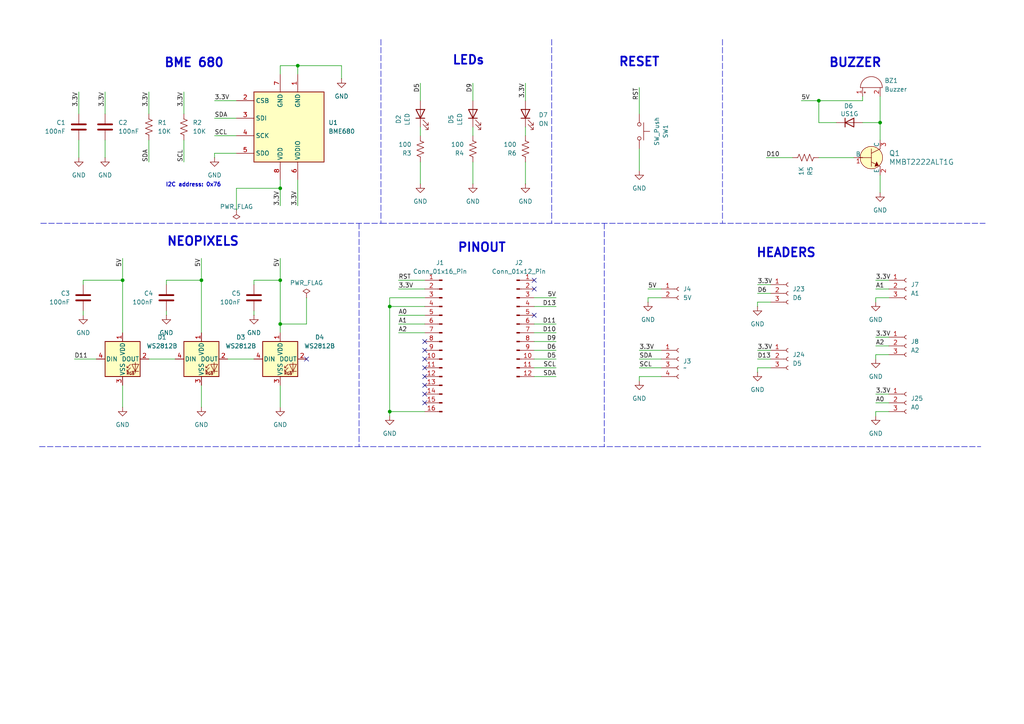
<source format=kicad_sch>
(kicad_sch (version 20231120) (generator "eeschema") (generator_version "8.0")
  (paper "A4")
  (lib_symbols
    (symbol "Connector:Conn_01x02_Socket" (pin_names (offset 1.016) hide)
      (property "Reference" "J" (at 0 2.54 0))
      (property "Value" "Conn_01x02_Socket" (at 0 -5.08 0))
      (symbol "Conn_01x02_Socket_1_1"
        (arc (start 0 -2.032) (mid -0.5058 -2.54) (end 0 -3.048) (stroke (width 0.1524)))
        (polyline (pts (xy -1.27 -2.54) (xy -0.508 -2.54)) (stroke (width 0.1524)))
        (polyline (pts (xy -1.27 0) (xy -0.508 0)) (stroke (width 0.1524)))
        (arc (start 0 0.508) (mid -0.5058 0) (end 0 -0.508) (stroke (width 0.1524)))
        (pin passive line (at -5.08 0 0) (length 3.81) (name "Pin_1") (number "1"))
        (pin passive line (at -5.08 -2.54 0) (length 3.81) (name "Pin_2") (number "2"))
      )
    )
    (symbol "Connector:Conn_01x03_Socket" (pin_names (offset 1.016) hide)
      (property "Reference" "J" (at 0 5.08 0))
      (property "Value" "Conn_01x03_Socket" (at 0 -5.08 0))
      (symbol "Conn_01x03_Socket_1_1"
        (arc (start 0 -2.032) (mid -0.5058 -2.54) (end 0 -3.048) (stroke (width 0.1524)))
        (polyline (pts (xy -1.27 -2.54) (xy -0.508 -2.54)) (stroke (width 0.1524)))
        (polyline (pts (xy -1.27 0) (xy -0.508 0)) (stroke (width 0.1524)))
        (polyline (pts (xy -1.27 2.54) (xy -0.508 2.54)) (stroke (width 0.1524)))
        (arc (start 0 0.508) (mid -0.5058 0) (end 0 -0.508) (stroke (width 0.1524)))
        (arc (start 0 3.048) (mid -0.5058 2.54) (end 0 2.032) (stroke (width 0.1524)))
        (pin passive line (at -5.08 2.54 0) (length 3.81) (name "Pin_1") (number "1"))
        (pin passive line (at -5.08 0 0) (length 3.81) (name "Pin_2") (number "2"))
        (pin passive line (at -5.08 -2.54 0) (length 3.81) (name "Pin_3") (number "3"))
      )
    )
    (symbol "Connector:Conn_01x04_Socket" (pin_names (offset 1.016) hide)
      (property "Reference" "J" (at 0 5.08 0))
      (property "Value" "Conn_01x04_Socket" (at 0 -7.62 0))
      (symbol "Conn_01x04_Socket_1_1"
        (arc (start 0 -4.572) (mid -0.5058 -5.08) (end 0 -5.588) (stroke (width 0.1524)))
        (arc (start 0 -2.032) (mid -0.5058 -2.54) (end 0 -3.048) (stroke (width 0.1524)))
        (polyline (pts (xy -1.27 -5.08) (xy -0.508 -5.08)) (stroke (width 0.1524)))
        (polyline (pts (xy -1.27 -2.54) (xy -0.508 -2.54)) (stroke (width 0.1524)))
        (polyline (pts (xy -1.27 0) (xy -0.508 0)) (stroke (width 0.1524)))
        (polyline (pts (xy -1.27 2.54) (xy -0.508 2.54)) (stroke (width 0.1524)))
        (arc (start 0 0.508) (mid -0.5058 0) (end 0 -0.508) (stroke (width 0.1524)))
        (arc (start 0 3.048) (mid -0.5058 2.54) (end 0 2.032) (stroke (width 0.1524)))
        (pin passive line (at -5.08 2.54 0) (length 3.81) (name "Pin_1") (number "1"))
        (pin passive line (at -5.08 0 0) (length 3.81) (name "Pin_2") (number "2"))
        (pin passive line (at -5.08 -2.54 0) (length 3.81) (name "Pin_3") (number "3"))
        (pin passive line (at -5.08 -5.08 0) (length 3.81) (name "Pin_4") (number "4"))
      )
    )
    (symbol "Connector:Conn_01x12_Pin" (pin_names (offset 1.016) hide)
      (property "Reference" "J" (at 0 15.24 0))
      (property "Value" "Conn_01x12_Pin" (at 0 -17.78 0))
      (symbol "Conn_01x12_Pin_1_1"
        (polyline (pts (xy 1.27 -15.24) (xy 0.8636 -15.24)) (stroke (width 0.1524)))
        (polyline (pts (xy 1.27 -12.7) (xy 0.8636 -12.7)) (stroke (width 0.1524)))
        (polyline (pts (xy 1.27 -10.16) (xy 0.8636 -10.16)) (stroke (width 0.1524)))
        (polyline (pts (xy 1.27 -7.62) (xy 0.8636 -7.62)) (stroke (width 0.1524)))
        (polyline (pts (xy 1.27 -5.08) (xy 0.8636 -5.08)) (stroke (width 0.1524)))
        (polyline (pts (xy 1.27 -2.54) (xy 0.8636 -2.54)) (stroke (width 0.1524)))
        (polyline (pts (xy 1.27 0) (xy 0.8636 0)) (stroke (width 0.1524)))
        (polyline (pts (xy 1.27 2.54) (xy 0.8636 2.54)) (stroke (width 0.1524)))
        (polyline (pts (xy 1.27 5.08) (xy 0.8636 5.08)) (stroke (width 0.1524)))
        (polyline (pts (xy 1.27 7.62) (xy 0.8636 7.62)) (stroke (width 0.1524)))
        (polyline (pts (xy 1.27 10.16) (xy 0.8636 10.16)) (stroke (width 0.1524)))
        (polyline (pts (xy 1.27 12.7) (xy 0.8636 12.7)) (stroke (width 0.1524)))
        (rectangle (start 0.8636 -15.113) (end 0 -15.367) (stroke (width 0.1524)) (fill (type outline)))
        (rectangle (start 0.8636 -12.573) (end 0 -12.827) (stroke (width 0.1524)) (fill (type outline)))
        (rectangle (start 0.8636 -10.033) (end 0 -10.287) (stroke (width 0.1524)) (fill (type outline)))
        (rectangle (start 0.8636 -7.493) (end 0 -7.747) (stroke (width 0.1524)) (fill (type outline)))
        (rectangle (start 0.8636 -4.953) (end 0 -5.207) (stroke (width 0.1524)) (fill (type outline)))
        (rectangle (start 0.8636 -2.413) (end 0 -2.667) (stroke (width 0.1524)) (fill (type outline)))
        (rectangle (start 0.8636 0.127) (end 0 -0.127) (stroke (width 0.1524)) (fill (type outline)))
        (rectangle (start 0.8636 2.667) (end 0 2.413) (stroke (width 0.1524)) (fill (type outline)))
        (rectangle (start 0.8636 5.207) (end 0 4.953) (stroke (width 0.1524)) (fill (type outline)))
        (rectangle (start 0.8636 7.747) (end 0 7.493) (stroke (width 0.1524)) (fill (type outline)))
        (rectangle (start 0.8636 10.287) (end 0 10.033) (stroke (width 0.1524)) (fill (type outline)))
        (rectangle (start 0.8636 12.827) (end 0 12.573) (stroke (width 0.1524)) (fill (type outline)))
        (pin passive line (at 5.08 12.7 180) (length 3.81) (name "Pin_1") (number "1"))
        (pin passive line (at 5.08 -10.16 180) (length 3.81) (name "Pin_10") (number "10"))
        (pin passive line (at 5.08 -12.7 180) (length 3.81) (name "Pin_11") (number "11"))
        (pin passive line (at 5.08 -15.24 180) (length 3.81) (name "Pin_12") (number "12"))
        (pin passive line (at 5.08 10.16 180) (length 3.81) (name "Pin_2") (number "2"))
        (pin passive line (at 5.08 7.62 180) (length 3.81) (name "Pin_3") (number "3"))
        (pin passive line (at 5.08 5.08 180) (length 3.81) (name "Pin_4") (number "4"))
        (pin passive line (at 5.08 2.54 180) (length 3.81) (name "Pin_5") (number "5"))
        (pin passive line (at 5.08 0 180) (length 3.81) (name "Pin_6") (number "6"))
        (pin passive line (at 5.08 -2.54 180) (length 3.81) (name "Pin_7") (number "7"))
        (pin passive line (at 5.08 -5.08 180) (length 3.81) (name "Pin_8") (number "8"))
        (pin passive line (at 5.08 -7.62 180) (length 3.81) (name "Pin_9") (number "9"))
      )
    )
    (symbol "Connector:Conn_01x16_Pin" (pin_names (offset 1.016) hide)
      (property "Reference" "J" (at 0 20.32 0))
      (property "Value" "Conn_01x16_Pin" (at 0 -22.86 0))
      (symbol "Conn_01x16_Pin_1_1"
        (polyline (pts (xy 1.27 -20.32) (xy 0.8636 -20.32)) (stroke (width 0.1524)))
        (polyline (pts (xy 1.27 -17.78) (xy 0.8636 -17.78)) (stroke (width 0.1524)))
        (polyline (pts (xy 1.27 -15.24) (xy 0.8636 -15.24)) (stroke (width 0.1524)))
        (polyline (pts (xy 1.27 -12.7) (xy 0.8636 -12.7)) (stroke (width 0.1524)))
        (polyline (pts (xy 1.27 -10.16) (xy 0.8636 -10.16)) (stroke (width 0.1524)))
        (polyline (pts (xy 1.27 -7.62) (xy 0.8636 -7.62)) (stroke (width 0.1524)))
        (polyline (pts (xy 1.27 -5.08) (xy 0.8636 -5.08)) (stroke (width 0.1524)))
        (polyline (pts (xy 1.27 -2.54) (xy 0.8636 -2.54)) (stroke (width 0.1524)))
        (polyline (pts (xy 1.27 0) (xy 0.8636 0)) (stroke (width 0.1524)))
        (polyline (pts (xy 1.27 2.54) (xy 0.8636 2.54)) (stroke (width 0.1524)))
        (polyline (pts (xy 1.27 5.08) (xy 0.8636 5.08)) (stroke (width 0.1524)))
        (polyline (pts (xy 1.27 7.62) (xy 0.8636 7.62)) (stroke (width 0.1524)))
        (polyline (pts (xy 1.27 10.16) (xy 0.8636 10.16)) (stroke (width 0.1524)))
        (polyline (pts (xy 1.27 12.7) (xy 0.8636 12.7)) (stroke (width 0.1524)))
        (polyline (pts (xy 1.27 15.24) (xy 0.8636 15.24)) (stroke (width 0.1524)))
        (polyline (pts (xy 1.27 17.78) (xy 0.8636 17.78)) (stroke (width 0.1524)))
        (rectangle (start 0.8636 -20.193) (end 0 -20.447) (stroke (width 0.1524)) (fill (type outline)))
        (rectangle (start 0.8636 -17.653) (end 0 -17.907) (stroke (width 0.1524)) (fill (type outline)))
        (rectangle (start 0.8636 -15.113) (end 0 -15.367) (stroke (width 0.1524)) (fill (type outline)))
        (rectangle (start 0.8636 -12.573) (end 0 -12.827) (stroke (width 0.1524)) (fill (type outline)))
        (rectangle (start 0.8636 -10.033) (end 0 -10.287) (stroke (width 0.1524)) (fill (type outline)))
        (rectangle (start 0.8636 -7.493) (end 0 -7.747) (stroke (width 0.1524)) (fill (type outline)))
        (rectangle (start 0.8636 -4.953) (end 0 -5.207) (stroke (width 0.1524)) (fill (type outline)))
        (rectangle (start 0.8636 -2.413) (end 0 -2.667) (stroke (width 0.1524)) (fill (type outline)))
        (rectangle (start 0.8636 0.127) (end 0 -0.127) (stroke (width 0.1524)) (fill (type outline)))
        (rectangle (start 0.8636 2.667) (end 0 2.413) (stroke (width 0.1524)) (fill (type outline)))
        (rectangle (start 0.8636 5.207) (end 0 4.953) (stroke (width 0.1524)) (fill (type outline)))
        (rectangle (start 0.8636 7.747) (end 0 7.493) (stroke (width 0.1524)) (fill (type outline)))
        (rectangle (start 0.8636 10.287) (end 0 10.033) (stroke (width 0.1524)) (fill (type outline)))
        (rectangle (start 0.8636 12.827) (end 0 12.573) (stroke (width 0.1524)) (fill (type outline)))
        (rectangle (start 0.8636 15.367) (end 0 15.113) (stroke (width 0.1524)) (fill (type outline)))
        (rectangle (start 0.8636 17.907) (end 0 17.653) (stroke (width 0.1524)) (fill (type outline)))
        (pin passive line (at 5.08 17.78 180) (length 3.81) (name "Pin_1") (number "1"))
        (pin passive line (at 5.08 -5.08 180) (length 3.81) (name "Pin_10") (number "10"))
        (pin passive line (at 5.08 -7.62 180) (length 3.81) (name "Pin_11") (number "11"))
        (pin passive line (at 5.08 -10.16 180) (length 3.81) (name "Pin_12") (number "12"))
        (pin passive line (at 5.08 -12.7 180) (length 3.81) (name "Pin_13") (number "13"))
        (pin passive line (at 5.08 -15.24 180) (length 3.81) (name "Pin_14") (number "14"))
        (pin passive line (at 5.08 -17.78 180) (length 3.81) (name "Pin_15") (number "15"))
        (pin passive line (at 5.08 -20.32 180) (length 3.81) (name "Pin_16") (number "16"))
        (pin passive line (at 5.08 15.24 180) (length 3.81) (name "Pin_2") (number "2"))
        (pin passive line (at 5.08 12.7 180) (length 3.81) (name "Pin_3") (number "3"))
        (pin passive line (at 5.08 10.16 180) (length 3.81) (name "Pin_4") (number "4"))
        (pin passive line (at 5.08 7.62 180) (length 3.81) (name "Pin_5") (number "5"))
        (pin passive line (at 5.08 5.08 180) (length 3.81) (name "Pin_6") (number "6"))
        (pin passive line (at 5.08 2.54 180) (length 3.81) (name "Pin_7") (number "7"))
        (pin passive line (at 5.08 0 180) (length 3.81) (name "Pin_8") (number "8"))
        (pin passive line (at 5.08 -2.54 180) (length 3.81) (name "Pin_9") (number "9"))
      )
    )
    (symbol "Device:Buzzer" (pin_names (offset 0.0254) hide)
      (property "Reference" "BZ" (at 3.81 1.27 0))
      (property "Value" "Buzzer" (at 3.81 -1.27 0))
      (symbol "Buzzer_0_1"
        (arc (start 0 -3.175) (mid 3.1612 0) (end 0 3.175))
        (polyline (pts (xy -1.651 1.905) (xy -1.143 1.905)))
        (polyline (pts (xy -1.397 2.159) (xy -1.397 1.651)))
        (polyline (pts (xy 0 3.175) (xy 0 -3.175)))
      )
      (symbol "Buzzer_1_1"
        (pin passive line (at -2.54 2.54 0) (length 2.54) (name "+") (number "1"))
        (pin passive line (at -2.54 -2.54 0) (length 2.54) (name "-") (number "2"))
      )
    )
    (symbol "Device:C" (pin_numbers hide) (pin_names (offset 0.254))
      (property "Reference" "C" (at 0.635 2.54 0))
      (property "Value" "C" (at 0.635 -2.54 0))
      (symbol "C_0_1"
        (polyline (pts (xy -2.032 -0.762) (xy 2.032 -0.762)) (stroke (width 0.508)))
        (polyline (pts (xy -2.032 0.762) (xy 2.032 0.762)) (stroke (width 0.508)))
      )
      (symbol "C_1_1"
        (pin passive line (at 0 3.81 270) (length 2.794) (name "~") (number "1"))
        (pin passive line (at 0 -3.81 90) (length 2.794) (name "~") (number "2"))
      )
    )
    (symbol "Device:LED" (pin_numbers hide) (pin_names (offset 1.016) hide)
      (property "Reference" "D" (at 0 2.54 0))
      (property "Value" "LED" (at 0 -2.54 0))
      (symbol "LED_0_1"
        (polyline (pts (xy -1.27 -1.27) (xy -1.27 1.27)) (stroke (width 0.254)))
        (polyline (pts (xy -1.27 0) (xy 1.27 0)))
        (polyline (pts (xy 1.27 -1.27) (xy 1.27 1.27) (xy -1.27 0) (xy 1.27 -1.27)) (stroke (width 0.254)))
        (polyline (pts (xy -3.048 -0.762) (xy -4.572 -2.286) (xy -3.81 -2.286) (xy -4.572 -2.286) (xy -4.572 -1.524)))
        (polyline (pts (xy -1.778 -0.762) (xy -3.302 -2.286) (xy -2.54 -2.286) (xy -3.302 -2.286) (xy -3.302 -1.524)))
      )
      (symbol "LED_1_1"
        (pin passive line (at -3.81 0 0) (length 2.54) (name "K") (number "1"))
        (pin passive line (at 3.81 0 180) (length 2.54) (name "A") (number "2"))
      )
    )
    (symbol "Device:R_US" (pin_numbers hide) (pin_names (offset 0))
      (property "Reference" "R" (at 2.54 0 90))
      (property "Value" "R_US" (at -2.54 0 90))
      (symbol "R_US_0_1"
        (polyline (pts (xy 0 -2.286) (xy 0 -2.54)))
        (polyline (pts (xy 0 2.286) (xy 0 2.54)))
        (polyline (pts (xy 0 -0.762) (xy 1.016 -1.143) (xy 0 -1.524) (xy -1.016 -1.905) (xy 0 -2.286)))
        (polyline (pts (xy 0 0.762) (xy 1.016 0.381) (xy 0 0) (xy -1.016 -0.381) (xy 0 -0.762)))
        (polyline (pts (xy 0 2.286) (xy 1.016 1.905) (xy 0 1.524) (xy -1.016 1.143) (xy 0 0.762)))
      )
      (symbol "R_US_1_1"
        (pin passive line (at 0 3.81 270) (length 1.27) (name "~") (number "1"))
        (pin passive line (at 0 -3.81 90) (length 1.27) (name "~") (number "2"))
      )
    )
    (symbol "Diode:US1G" (pin_numbers hide) (pin_names hide)
      (property "Reference" "D" (at 0 2.54 0))
      (property "Value" "US1G" (at 0 -2.54 0))
      (symbol "US1G_0_1"
        (polyline (pts (xy -1.27 1.27) (xy -1.27 -1.27)) (stroke (width 0.254)))
        (polyline (pts (xy 1.27 0) (xy -1.27 0)))
        (polyline (pts (xy 1.27 1.27) (xy 1.27 -1.27) (xy -1.27 0) (xy 1.27 1.27)) (stroke (width 0.254)))
      )
      (symbol "US1G_1_1"
        (pin passive line (at -3.81 0 0) (length 2.54) (name "K") (number "1"))
        (pin passive line (at 3.81 0 180) (length 2.54) (name "A") (number "2"))
      )
    )
    (symbol "LED:WS2812B" (pin_names (offset 0.254))
      (property "Reference" "D" (at 5.08 5.715 0))
      (property "Value" "WS2812B" (at 1.27 -5.715 0))
      (symbol "WS2812B_0_0"
        (text "RGB" (at 2.286 -4.191 0) (effects (font (size 0.762 0.762))))
      )
      (symbol "WS2812B_0_1"
        (polyline (pts (xy 1.27 -3.556) (xy 1.778 -3.556)))
        (polyline (pts (xy 1.27 -2.54) (xy 1.778 -2.54)))
        (polyline (pts (xy 4.699 -3.556) (xy 2.667 -3.556)))
        (polyline (pts (xy 2.286 -2.54) (xy 1.27 -3.556) (xy 1.27 -3.048)))
        (polyline (pts (xy 2.286 -1.524) (xy 1.27 -2.54) (xy 1.27 -2.032)))
        (polyline (pts (xy 3.683 -1.016) (xy 3.683 -3.556) (xy 3.683 -4.064)))
        (polyline (pts (xy 4.699 -1.524) (xy 2.667 -1.524) (xy 3.683 -3.556) (xy 4.699 -1.524)))
        (rectangle (start 5.08 5.08) (end -5.08 -5.08) (stroke (width 0.254)) (fill (type background)))
      )
      (symbol "WS2812B_1_1"
        (pin power_in line (at 0 7.62 270) (length 2.54) (name "VDD") (number "1"))
        (pin output line (at 7.62 0 180) (length 2.54) (name "DOUT") (number "2"))
        (pin power_in line (at 0 -7.62 90) (length 2.54) (name "VSS") (number "3"))
        (pin input line (at -7.62 0 0) (length 2.54) (name "DIN") (number "4"))
      )
    )
    (symbol "Sensor:BME680"
      (property "Reference" "U" (at -8.89 11.43 0))
      (property "Value" "BME680" (at 7.62 11.43 0))
      (symbol "BME680_0_1"
        (rectangle (start -10.16 10.16) (end 10.16 -10.16) (stroke (width 0.254)) (fill (type background)))
      )
      (symbol "BME680_1_1"
        (pin power_in line (at -2.54 -15.24 90) (length 5.08) (name "GND") (number "1"))
        (pin input line (at 15.24 -7.62 180) (length 5.08) (name "CSB") (number "2"))
        (pin bidirectional line (at 15.24 -2.54 180) (length 5.08) (name "SDI") (number "3"))
        (pin input line (at 15.24 2.54 180) (length 5.08) (name "SCK") (number "4"))
        (pin bidirectional line (at 15.24 7.62 180) (length 5.08) (name "SDO") (number "5"))
        (pin power_in line (at -2.54 15.24 270) (length 5.08) (name "VDDIO") (number "6"))
        (pin power_in line (at 2.54 -15.24 90) (length 5.08) (name "GND") (number "7"))
        (pin power_in line (at 2.54 15.24 270) (length 5.08) (name "VDD") (number "8"))
      )
    )
    (symbol "Switch:SW_Push" (pin_numbers hide) (pin_names (offset 1.016) hide)
      (property "Reference" "SW" (at 1.27 2.54 0))
      (property "Value" "SW_Push" (at 0 -1.524 0))
      (symbol "SW_Push_0_1"
        (circle (center -2.032 0) (radius 0.508))
        (polyline (pts (xy 0 1.27) (xy 0 3.048)))
        (polyline (pts (xy 2.54 1.27) (xy -2.54 1.27)))
        (circle (center 2.032 0) (radius 0.508))
        (pin passive line (at -5.08 0 0) (length 2.54) (name "1") (number "1"))
        (pin passive line (at 5.08 0 180) (length 2.54) (name "2") (number "2"))
      )
    )
    (symbol "dk_Transistors-Bipolar-BJT-Single:MMBT2222ALT1G" (pin_names (offset 0))
      (property "Reference" "Q" (at -3.2004 4.2164 0))
      (property "Value" "MMBT2222ALT1G" (at 5.2324 0 90))
      (symbol "MMBT2222ALT1G_0_1"
        (polyline (pts (xy -3.81 0) (xy -2.54 0)))
        (polyline (pts (xy -3.556 0) (xy 0 0)))
        (polyline (pts (xy 0 -1.27) (xy 2.54 -2.54)))
        (polyline (pts (xy 0 1.27) (xy 2.54 2.54)))
        (polyline (pts (xy 0 2.54) (xy 0 -2.54)))
        (polyline (pts (xy 1.524 -1.27) (xy 2.032 -2.286) (xy 1.016 -2.54) (xy 1.524 -1.27)) (fill (type outline)))
        (circle (center 0 0) (radius 3.2512) (fill (type background)))
      )
      (symbol "MMBT2222ALT1G_1_1"
        (pin input line (at -5.08 0 0) (length 2.54) (name "B") (number "1"))
        (pin passive line (at 2.54 -5.08 90) (length 2.54) (name "E") (number "2"))
        (pin passive line (at 2.54 5.08 270) (length 2.54) (name "C") (number "3"))
      )
    )
    (symbol "power:GND" (power) (pin_numbers hide) (pin_names (offset 0) hide)
      (property "Value" "GND" (at 0 -3.81 0))
      (symbol "GND_0_1"
        (polyline (pts (xy 0 0) (xy 0 -1.27) (xy 1.27 -1.27) (xy 0 -2.54) (xy -1.27 -1.27) (xy 0 -1.27)))
      )
      (symbol "GND_1_1"
        (pin power_in line (at 0 0 270) (length 0) (name "~") (number "1"))
      )
    )
    (symbol "power:PWR_FLAG" (power) (pin_numbers hide) (pin_names (offset 0) hide)
      (property "Value" "PWR_FLAG" (at 0 3.81 0))
      (symbol "PWR_FLAG_0_0"
        (pin power_out line (at 0 0 90) (length 0) (name "~") (number "1"))
      )
      (symbol "PWR_FLAG_0_1"
        (polyline (pts (xy 0 0) (xy 0 1.27) (xy -1.016 1.905) (xy 0 2.54) (xy 1.016 1.905) (xy 0 1.27)))
      )
    )
  )
  (junction (at 81.28 54.61))
  (junction (at 113.03 88.9))
  (junction (at 81.28 93.98))
  (junction (at 113.03 119.38))
  (junction (at 58.42 81.28))
  (junction (at 237.49 29.21))
  (junction (at 35.56 81.28))
  (junction (at 86.36 19.05))
  (junction (at 81.28 81.28))
  (junction (at 255.27 35.56))
  (no_connect (at 154.94 81.28))
  (no_connect (at 123.19 109.22))
  (no_connect (at 123.19 114.3))
  (no_connect (at 154.94 83.82))
  (no_connect (at 154.94 91.44))
  (no_connect (at 123.19 111.76))
  (no_connect (at 123.19 116.84))
  (no_connect (at 123.19 106.68))
  (no_connect (at 88.9 104.14))
  (no_connect (at 123.19 99.06))
  (no_connect (at 123.19 101.6))
  (no_connect (at 123.19 104.14))
  (wire (pts (xy 86.36 59.69) (xy 86.36 52.07)))
  (wire (pts (xy 81.28 54.61) (xy 81.28 59.69)))
  (wire (pts (xy 53.34 46.99) (xy 53.34 40.64)))
  (wire (pts (xy 254 102.87) (xy 254 104.14)))
  (wire (pts (xy 73.66 81.28) (xy 81.28 81.28)))
  (polyline (pts (xy 209.55 11.43) (xy 209.55 64.77)) (stroke (width 0) (type dash)))
  (wire (pts (xy 121.92 46.99) (xy 121.92 53.34)))
  (wire (pts (xy 35.56 81.28) (xy 35.56 96.52)))
  (wire (pts (xy 21.59 104.14) (xy 27.94 104.14)))
  (wire (pts (xy 66.04 104.14) (xy 73.66 104.14)))
  (wire (pts (xy 255.27 50.8) (xy 255.27 55.88)))
  (wire (pts (xy 35.56 111.76) (xy 35.56 118.11)))
  (wire (pts (xy 113.03 88.9) (xy 113.03 119.38)))
  (wire (pts (xy 257.81 102.87) (xy 254 102.87)))
  (wire (pts (xy 254 97.79) (xy 257.81 97.79)))
  (polyline (pts (xy 11.43 129.54) (xy 284.48 129.54)) (stroke (width 0) (type dash)))
  (wire (pts (xy 86.36 19.05) (xy 86.36 21.59)))
  (wire (pts (xy 154.94 109.22) (xy 161.29 109.22)))
  (wire (pts (xy 154.94 88.9) (xy 161.29 88.9)))
  (wire (pts (xy 250.19 29.21) (xy 250.19 27.94)))
  (wire (pts (xy 185.42 101.6) (xy 191.77 101.6)))
  (wire (pts (xy 68.58 60.96) (xy 68.58 54.61)))
  (wire (pts (xy 137.16 46.99) (xy 137.16 53.34)))
  (wire (pts (xy 81.28 21.59) (xy 81.28 19.05)))
  (wire (pts (xy 257.81 86.36) (xy 254 86.36)))
  (wire (pts (xy 68.58 54.61) (xy 81.28 54.61)))
  (wire (pts (xy 255.27 35.56) (xy 255.27 40.64)))
  (wire (pts (xy 232.41 29.21) (xy 237.49 29.21)))
  (wire (pts (xy 81.28 93.98) (xy 81.28 96.52)))
  (wire (pts (xy 62.23 34.29) (xy 68.58 34.29)))
  (wire (pts (xy 73.66 82.55) (xy 73.66 81.28)))
  (wire (pts (xy 219.71 87.63) (xy 219.71 88.9)))
  (polyline (pts (xy 110.49 64.77) (xy 285.75 64.77)) (stroke (width 0) (type dash)))
  (wire (pts (xy 254 119.38) (xy 254 120.65)))
  (wire (pts (xy 254 86.36) (xy 254 87.63)))
  (wire (pts (xy 115.57 96.52) (xy 123.19 96.52)))
  (wire (pts (xy 185.42 25.4) (xy 185.42 33.02)))
  (wire (pts (xy 43.18 26.67) (xy 43.18 33.02)))
  (wire (pts (xy 58.42 111.76) (xy 58.42 118.11)))
  (wire (pts (xy 115.57 83.82) (xy 123.19 83.82)))
  (wire (pts (xy 22.86 26.67) (xy 22.86 33.02)))
  (wire (pts (xy 30.48 26.67) (xy 30.48 33.02)))
  (wire (pts (xy 191.77 86.36) (xy 187.96 86.36)))
  (wire (pts (xy 223.52 87.63) (xy 219.71 87.63)))
  (wire (pts (xy 113.03 86.36) (xy 123.19 86.36)))
  (wire (pts (xy 81.28 81.28) (xy 81.28 93.98)))
  (wire (pts (xy 62.23 39.37) (xy 68.58 39.37)))
  (wire (pts (xy 48.26 82.55) (xy 48.26 81.28)))
  (wire (pts (xy 53.34 26.67) (xy 53.34 33.02)))
  (wire (pts (xy 237.49 29.21) (xy 250.19 29.21)))
  (wire (pts (xy 254 100.33) (xy 257.81 100.33)))
  (polyline (pts (xy 175.26 64.77) (xy 175.26 129.54)) (stroke (width 0) (type dash)))
  (wire (pts (xy 254 81.28) (xy 257.81 81.28)))
  (wire (pts (xy 113.03 88.9) (xy 123.19 88.9)))
  (wire (pts (xy 62.23 44.45) (xy 68.58 44.45)))
  (wire (pts (xy 99.06 19.05) (xy 99.06 22.86)))
  (wire (pts (xy 115.57 81.28) (xy 123.19 81.28)))
  (wire (pts (xy 191.77 109.22) (xy 185.42 109.22)))
  (polyline (pts (xy 160.02 11.43) (xy 160.02 64.77)) (stroke (width 0) (type dash)))
  (wire (pts (xy 185.42 106.68) (xy 191.77 106.68)))
  (wire (pts (xy 187.96 83.82) (xy 191.77 83.82)))
  (wire (pts (xy 255.27 27.94) (xy 255.27 35.56)))
  (wire (pts (xy 113.03 119.38) (xy 123.19 119.38)))
  (wire (pts (xy 24.13 90.17) (xy 24.13 91.44)))
  (wire (pts (xy 152.4 46.99) (xy 152.4 53.34)))
  (wire (pts (xy 219.71 106.68) (xy 219.71 107.95)))
  (wire (pts (xy 24.13 82.55) (xy 24.13 81.28)))
  (wire (pts (xy 73.66 90.17) (xy 73.66 91.44)))
  (wire (pts (xy 58.42 74.93) (xy 58.42 81.28)))
  (wire (pts (xy 48.26 90.17) (xy 48.26 91.44)))
  (wire (pts (xy 62.23 44.45) (xy 62.23 45.72)))
  (wire (pts (xy 58.42 81.28) (xy 58.42 96.52)))
  (wire (pts (xy 121.92 39.37) (xy 121.92 36.83)))
  (wire (pts (xy 219.71 104.14) (xy 223.52 104.14)))
  (wire (pts (xy 219.71 85.09) (xy 223.52 85.09)))
  (wire (pts (xy 113.03 86.36) (xy 113.03 88.9)))
  (wire (pts (xy 137.16 39.37) (xy 137.16 36.83)))
  (wire (pts (xy 237.49 45.72) (xy 247.65 45.72)))
  (wire (pts (xy 137.16 29.21) (xy 137.16 24.13)))
  (wire (pts (xy 22.86 40.64) (xy 22.86 45.72)))
  (wire (pts (xy 24.13 81.28) (xy 35.56 81.28)))
  (polyline (pts (xy 104.14 64.77) (xy 104.14 129.54)) (stroke (width 0) (type dash)))
  (wire (pts (xy 237.49 35.56) (xy 237.49 29.21)))
  (wire (pts (xy 154.94 86.36) (xy 161.29 86.36)))
  (wire (pts (xy 257.81 119.38) (xy 254 119.38)))
  (wire (pts (xy 62.23 29.21) (xy 68.58 29.21)))
  (wire (pts (xy 152.4 39.37) (xy 152.4 36.83)))
  (wire (pts (xy 154.94 101.6) (xy 161.29 101.6)))
  (wire (pts (xy 48.26 81.28) (xy 58.42 81.28)))
  (wire (pts (xy 154.94 93.98) (xy 161.29 93.98)))
  (wire (pts (xy 113.03 119.38) (xy 113.03 120.65)))
  (wire (pts (xy 35.56 74.93) (xy 35.56 81.28)))
  (wire (pts (xy 152.4 29.21) (xy 152.4 24.13)))
  (wire (pts (xy 81.28 74.93) (xy 81.28 81.28)))
  (wire (pts (xy 254 116.84) (xy 257.81 116.84)))
  (wire (pts (xy 121.92 29.21) (xy 121.92 24.13)))
  (polyline (pts (xy 110.49 11.43) (xy 110.49 64.77)) (stroke (width 0) (type dash)))
  (wire (pts (xy 223.52 106.68) (xy 219.71 106.68)))
  (wire (pts (xy 81.28 52.07) (xy 81.28 54.61)))
  (wire (pts (xy 187.96 86.36) (xy 187.96 87.63)))
  (wire (pts (xy 185.42 49.53) (xy 185.42 43.18)))
  (wire (pts (xy 250.19 35.56) (xy 255.27 35.56)))
  (wire (pts (xy 115.57 93.98) (xy 123.19 93.98)))
  (polyline (pts (xy 11.811 64.77) (xy 110.49 64.77)) (stroke (width 0) (type dash)))
  (wire (pts (xy 86.36 19.05) (xy 99.06 19.05)))
  (wire (pts (xy 185.42 109.22) (xy 185.42 110.49)))
  (wire (pts (xy 81.28 111.76) (xy 81.28 118.11)))
  (wire (pts (xy 219.71 101.6) (xy 223.52 101.6)))
  (wire (pts (xy 242.57 35.56) (xy 237.49 35.56)))
  (wire (pts (xy 154.94 106.68) (xy 161.29 106.68)))
  (wire (pts (xy 154.94 99.06) (xy 161.29 99.06)))
  (wire (pts (xy 43.18 40.64) (xy 43.18 46.99)))
  (wire (pts (xy 154.94 104.14) (xy 161.29 104.14)))
  (wire (pts (xy 254 83.82) (xy 257.81 83.82)))
  (wire (pts (xy 88.9 86.36) (xy 88.9 93.98)))
  (wire (pts (xy 154.94 96.52) (xy 161.29 96.52)))
  (wire (pts (xy 185.42 104.14) (xy 191.77 104.14)))
  (wire (pts (xy 222.25 45.72) (xy 229.87 45.72)))
  (wire (pts (xy 88.9 93.98) (xy 81.28 93.98)))
  (wire (pts (xy 219.71 82.55) (xy 223.52 82.55)))
  (wire (pts (xy 115.57 91.44) (xy 123.19 91.44)))
  (wire (pts (xy 30.48 40.64) (xy 30.48 45.72)))
  (wire (pts (xy 81.28 19.05) (xy 86.36 19.05)))
  (wire (pts (xy 43.18 104.14) (xy 50.8 104.14)))
  (wire (pts (xy 254 114.3) (xy 257.81 114.3)))
  (text "I2C address: 0x76" (at 48.006 54.356 0) (effects (font (size 1.143 1.143) (thickness 0.2286) (bold yes)) (justify left bottom)))
  (text "NEOPIXELS\n" (at 48.26 71.628 0) (effects (font (size 2.54 2.54) (thickness 0.508) (bold yes)) (justify left bottom)))
  (text "HEADERS" (at 219.202 74.93 0) (effects (font (size 2.54 2.54) (thickness 0.508) (bold yes)) (justify left bottom)))
  (text "RESET\n" (at 179.324 19.558 0) (effects (font (size 2.54 2.54) (thickness 0.508) (bold yes)) (justify left bottom)))
  (text "PINOUT\n" (at 132.588 73.406 0) (effects (font (size 2.54 2.54) (thickness 0.508) (bold yes)) (justify left bottom)))
  (text "BME 680\n" (at 47.498 19.812 0) (effects (font (size 2.54 2.54) (thickness 0.508) (bold yes)) (justify left bottom)))
  (text "LEDs\n" (at 131.064 19.05 0) (effects (font (size 2.54 2.54) (thickness 0.508) (bold yes)) (justify left bottom)))
  (text "BUZZER\n\n" (at 240.284 23.876 0) (effects (font (size 2.54 2.54) (thickness 0.508) (bold yes)) (justify left bottom)))
  (label "D10" (at 222.25 45.72 0))
  (label "3.3V" (at 185.42 101.6 0))
  (label "SDA" (at 185.42 104.14 0))
  (label "D6" (at 219.71 85.09 0))
  (label "3.3V" (at 254 97.79 0))
  (label "3.3V" (at 219.71 82.55 0))
  (label "5V" (at 35.56 74.93 270))
  (label "RST" (at 185.42 25.4 270))
  (label "SCL" (at 62.23 39.37 0))
  (label "3.3V" (at 22.86 26.67 270))
  (label "3.3V" (at 86.36 59.69 90))
  (label "3.3V" (at 62.23 29.21 0))
  (label "D5" (at 161.29 104.14 180))
  (label "3.3V" (at 53.34 26.67 270))
  (label "D9" (at 137.16 24.13 270))
  (label "A1" (at 254 83.82 0))
  (label "D9" (at 161.29 99.06 180))
  (label "3.3V" (at 254 114.3 0))
  (label "5V" (at 58.42 74.93 270))
  (label "D13" (at 219.71 104.14 0))
  (label "SDA" (at 62.23 34.29 0))
  (label "3.3V" (at 152.4 24.13 270))
  (label "5V" (at 161.29 86.36 180))
  (label "3.3V" (at 219.71 101.6 0))
  (label "A1" (at 115.57 93.98 0))
  (label "SDA" (at 161.29 109.22 180))
  (label "3.3V" (at 30.48 26.67 270))
  (label "D5" (at 121.92 24.13 270))
  (label "RST" (at 115.57 81.28 0))
  (label "SCL" (at 53.34 46.99 90))
  (label "D11" (at 161.29 93.98 180))
  (label "A0" (at 254 116.84 0))
  (label "D6" (at 161.29 101.6 180))
  (label "5V" (at 81.28 74.93 270))
  (label "D11" (at 21.59 104.14 0))
  (label "5V" (at 187.96 83.82 0))
  (label "D10" (at 161.29 96.52 180))
  (label "SCL" (at 185.42 106.68 0))
  (label "3.3V" (at 81.28 59.69 90))
  (label "SDA" (at 43.18 46.99 90))
  (label "A2" (at 254 100.33 0))
  (label "3.3V" (at 43.18 26.67 270))
  (label "5V" (at 232.41 29.21 0))
  (label "3.3V" (at 254 81.28 0))
  (label "3.3V" (at 115.57 83.82 0))
  (label "D13" (at 161.29 88.9 180))
  (label "A2" (at 115.57 96.52 0))
  (label "SCL" (at 161.29 106.68 180))
  (label "A0" (at 115.57 91.44 0))
  (symbol (lib_id "power:GND") (at 255.27 55.88 0) (unit 1)
    (property "Reference" "#PWR07" (effects (hide yes)))
    (property "Value" "GND" (at 255.27 60.96 0))
    (property "Description" "Power symbol creates a global label with name \"GND\" , ground" (effects (hide yes)))
  )
  (symbol (lib_id "Device:Buzzer") (at 252.73 25.4 90) (unit 1)
    (property "Reference" "BZ1" (at 256.54 23.3748 90) (effects (justify right)))
    (property "Value" "Buzzer" (at 256.54 25.9148 90) (effects (justify right)))
    (property "Footprint" "Buzzer_Beeper:Buzzer_TDK_PS1240P02BT_D12.2mm_H6.5mm" (effects (hide yes)))
    (property "Description" "Buzzer, polarized" (effects (hide yes)))
  )
  (symbol (lib_id "power:GND") (at 30.48 45.72 0) (unit 1)
    (property "Reference" "#PWR02" (effects (hide yes)))
    (property "Value" "GND" (at 30.48 50.8 0))
    (property "Description" "Power symbol creates a global label with name \"GND\" , ground" (effects (hide yes)))
  )
  (symbol (lib_id "power:GND") (at 254 120.65 0) (unit 1)
    (property "Reference" "#PWR018" (effects (hide yes)))
    (property "Value" "GND" (at 254 125.73 0))
    (property "Description" "Power symbol creates a global label with name \"GND\" , ground" (effects (hide yes)))
  )
  (symbol (lib_id "Diode:US1G") (at 246.38 35.56 0) (unit 1)
    (property "Reference" "D6" (at 246.126 30.734 0))
    (property "Value" "US1G" (at 246.38 33.02 0))
    (property "Footprint" "Diode_SMD:D_SMA" (effects (hide yes)))
    (property "Datasheet" "https://www.diodes.com/assets/Datasheets/ds16008.pdf" (effects (hide yes)))
    (property "Description" "400V, 1A, General Purpose Rectifier Diode, SMA(DO-214AC)" (effects (hide yes)))
    (property "Sim.Device" "D" (effects (hide yes)))
    (property "Sim.Pins" "1=K 2=A" (effects (hide yes)))
  )
  (symbol (lib_id "Connector:Conn_01x03_Socket") (at 262.89 83.82 0) (unit 1)
    (property "Reference" "J7" (at 264.16 82.5499 0) (effects (justify left)))
    (property "Value" "A1" (at 264.16 85.0899 0) (effects (justify left)))
    (property "Footprint" "Connector_PinHeader_2.54mm:PinHeader_1x03_P2.54mm_Vertical" (effects (hide yes)))
    (property "Description" "Generic connector, single row, 01x03, script generated" (effects (hide yes)))
  )
  (symbol (lib_id "Device:R_US") (at 121.92 43.18 0) (unit 1)
    (property "Reference" "R3" (at 119.38 44.4501 0) (effects (justify right)))
    (property "Value" "100" (at 119.38 41.9101 0) (effects (justify right)))
    (property "Footprint" "Resistor_SMD:R_0805_2012Metric" (effects (hide yes)))
    (property "Description" "Resistor, US symbol" (effects (hide yes)))
  )
  (symbol (lib_id "dk_Transistors-Bipolar-BJT-Single:MMBT2222ALT1G") (at 252.73 45.72 0) (unit 1)
    (property "Reference" "Q1" (at 257.81 44.4499 0) (effects (font (size 1.524 1.524)) (justify left)))
    (property "Value" "MMBT2222ALT1G" (at 257.81 46.9899 0) (effects (font (size 1.524 1.524)) (justify left)))
    (property "Footprint" "digikey-footprints:SOT-23-3" (effects (hide yes)))
    (property "Datasheet" "http://www.onsemi.com/pub/Collateral/MMBT2222LT1-D.PDF" (effects (hide yes)))
    (property "Description" "TRANS NPN 40V 0.6A SOT23" (effects (hide yes)))
    (property "Digi-Key_PN" "MMBT2222ALT1GOSCT-ND" (effects (hide yes)))
    (property "MPN" "MMBT2222ALT1G" (effects (hide yes)))
    (property "Category" "Discrete Semiconductor Products" (effects (hide yes)))
    (property "Family" "Transistors - Bipolar (BJT) - Single" (effects (hide yes)))
    (property "DK_Datasheet_Link" "http://www.onsemi.com/pub/Collateral/MMBT2222LT1-D.PDF" (effects (hide yes)))
    (property "DK_Detail_Page" "/product-detail/en/on-semiconductor/MMBT2222ALT1G/MMBT2222ALT1GOSCT-ND/1139806" (effects (hide yes)))
    (property "Description_1" "TRANS NPN 40V 0.6A SOT23" (effects (hide yes)))
    (property "Manufacturer" "ON Semiconductor" (effects (hide yes)))
    (property "Status" "Active" (effects (hide yes)))
  )
  (symbol (lib_id "power:PWR_FLAG") (at 68.58 60.96 180) (unit 1)
    (property "Reference" "#FLG01" (effects (hide yes)))
    (property "Value" "PWR_FLAG" (at 68.58 59.944 0))
    (property "Description" "Special symbol for telling ERC where power comes from" (effects (hide yes)))
  )
  (symbol (lib_id "Sensor:BME680") (at 83.82 36.83 180) (unit 1)
    (property "Reference" "U1" (at 95.25 35.5599 0) (effects (justify right)))
    (property "Value" "BME680" (at 95.25 38.0999 0) (effects (justify right)))
    (property "Footprint" "Package_LGA:Bosch_LGA-8_3x3mm_P0.8mm_ClockwisePinNumbering" (effects (hide yes)))
    (property "Datasheet" "https://ae-bst.resource.bosch.com/media/_tech/media/datasheets/BST-BME680-DS001.pdf" (effects (hide yes)))
    (property "Description" "4-in-1 sensor, gas, humidity, pressure, temperature, I2C and SPI interface, 1.71-3.6V, LGA-8" (effects (hide yes)))
  )
  (symbol (lib_id "Device:R_US") (at 233.68 45.72 90) (unit 1)
    (property "Reference" "R5" (at 234.9501 48.26 0) (effects (justify right)))
    (property "Value" "1K" (at 232.4101 48.26 0) (effects (justify right)))
    (property "Footprint" "Resistor_SMD:R_0805_2012Metric" (effects (hide yes)))
    (property "Description" "Resistor, US symbol" (effects (hide yes)))
  )
  (symbol (lib_id "power:GND") (at 113.03 120.65 0) (unit 1)
    (property "Reference" "#PWR011" (effects (hide yes)))
    (property "Value" "GND" (at 113.03 125.73 0))
    (property "Description" "Power symbol creates a global label with name \"GND\" , ground" (effects (hide yes)))
  )
  (symbol (lib_id "power:GND") (at 137.16 53.34 0) (unit 1)
    (property "Reference" "#PWR05" (effects (hide yes)))
    (property "Value" "GND" (at 137.16 58.42 0))
    (property "Description" "Power symbol creates a global label with name \"GND\" , ground" (effects (hide yes)))
  )
  (symbol (lib_id "LED:WS2812B") (at 81.28 104.14 0) (unit 1)
    (property "Reference" "D4" (at 92.71 97.8214 0))
    (property "Value" "WS2812B" (at 92.71 100.3614 0))
    (property "Footprint" "LED_SMD:LED_WS2812B_PLCC4_5.0x5.0mm_P3.2mm" (effects (hide yes)))
    (property "Datasheet" "https://cdn-shop.adafruit.com/datasheets/WS2812B.pdf" (effects (hide yes)))
    (property "Description" "RGB LED with integrated controller" (effects (hide yes)))
  )
  (symbol (lib_id "power:GND") (at 73.66 91.44 0) (unit 1)
    (property "Reference" "#PWR023" (effects (hide yes)))
    (property "Value" "GND" (at 73.66 96.52 0))
    (property "Description" "Power symbol creates a global label with name \"GND\" , ground" (effects (hide yes)))
  )
  (symbol (lib_id "Device:R_US") (at 43.18 36.83 0) (unit 1)
    (property "Reference" "R1" (at 45.72 35.5599 0) (effects (justify left)))
    (property "Value" "10K" (at 45.72 38.0999 0) (effects (justify left)))
    (property "Footprint" "Resistor_SMD:R_0805_2012Metric" (effects (hide yes)))
    (property "Description" "Resistor, US symbol" (effects (hide yes)))
  )
  (symbol (lib_id "power:GND") (at 99.06 22.86 0) (unit 1)
    (property "Reference" "#PWR03" (effects (hide yes)))
    (property "Value" "GND" (at 99.06 27.94 0))
    (property "Description" "Power symbol creates a global label with name \"GND\" , ground" (effects (hide yes)))
  )
  (symbol (lib_id "power:GND") (at 35.56 118.11 0) (unit 1)
    (property "Reference" "#PWR08" (effects (hide yes)))
    (property "Value" "GND" (at 35.56 123.19 0))
    (property "Description" "Power symbol creates a global label with name \"GND\" , ground" (effects (hide yes)))
  )
  (symbol (lib_id "Connector:Conn_01x02_Socket") (at 196.85 83.82 0) (unit 1)
    (property "Reference" "J4" (at 198.12 83.8199 0) (effects (justify left)))
    (property "Value" "5V" (at 198.12 86.3599 0) (effects (justify left)))
    (property "Footprint" "Connector_PinHeader_2.54mm:PinHeader_1x02_P2.54mm_Vertical" (effects (hide yes)))
    (property "Description" "Generic connector, single row, 01x02, script generated" (effects (hide yes)))
  )
  (symbol (lib_id "Device:R_US") (at 152.4 43.18 0) (unit 1)
    (property "Reference" "R6" (at 149.86 44.4501 0) (effects (justify right)))
    (property "Value" "100" (at 149.86 41.9101 0) (effects (justify right)))
    (property "Footprint" "Resistor_SMD:R_0805_2012Metric" (effects (hide yes)))
    (property "Description" "Resistor, US symbol" (effects (hide yes)))
  )
  (symbol (lib_id "Switch:SW_Push") (at 185.42 38.1 270) (mirror x) (unit 1)
    (property "Reference" "SW1" (at 193.04 38.1 0))
    (property "Value" "SW_Push" (at 190.5 38.1 0))
    (property "Footprint" "Button_Switch_SMD:SW_SPST_B3U-3100P-B" (effects (hide yes)))
    (property "Description" "Push button switch, generic, two pins" (effects (hide yes)))
  )
  (symbol (lib_id "Device:C") (at 48.26 86.36 0) (mirror y) (unit 1)
    (property "Reference" "C4" (at 44.45 85.0899 0) (effects (justify left)))
    (property "Value" "100nF" (at 44.45 87.6299 0) (effects (justify left)))
    (property "Footprint" "Capacitor_SMD:C_0805_2012Metric" (effects (hide yes)))
    (property "Description" "Unpolarized capacitor" (effects (hide yes)))
  )
  (symbol (lib_id "Device:R_US") (at 137.16 43.18 0) (unit 1)
    (property "Reference" "R4" (at 134.62 44.4501 0) (effects (justify right)))
    (property "Value" "100" (at 134.62 41.9101 0) (effects (justify right)))
    (property "Footprint" "Resistor_SMD:R_0805_2012Metric" (effects (hide yes)))
    (property "Description" "Resistor, US symbol" (effects (hide yes)))
  )
  (symbol (lib_id "power:GND") (at 185.42 110.49 0) (unit 1)
    (property "Reference" "#PWR021" (effects (hide yes)))
    (property "Value" "GND" (at 185.42 115.57 0))
    (property "Description" "Power symbol creates a global label with name \"GND\" , ground" (effects (hide yes)))
  )
  (symbol (lib_id "Device:C") (at 24.13 86.36 0) (mirror y) (unit 1)
    (property "Reference" "C3" (at 20.32 85.0899 0) (effects (justify left)))
    (property "Value" "100nF" (at 20.32 87.6299 0) (effects (justify left)))
    (property "Footprint" "Capacitor_SMD:C_0805_2012Metric" (effects (hide yes)))
    (property "Description" "Unpolarized capacitor" (effects (hide yes)))
  )
  (symbol (lib_id "Device:R_US") (at 53.34 36.83 0) (unit 1)
    (property "Reference" "R2" (at 55.88 35.5599 0) (effects (justify left)))
    (property "Value" "10K" (at 55.88 38.0999 0) (effects (justify left)))
    (property "Footprint" "Resistor_SMD:R_0805_2012Metric" (effects (hide yes)))
    (property "Description" "Resistor, US symbol" (effects (hide yes)))
  )
  (symbol (lib_id "power:GND") (at 185.42 49.53 0) (unit 1)
    (property "Reference" "#PWR06" (effects (hide yes)))
    (property "Value" "GND" (at 185.42 54.61 0))
    (property "Description" "Power symbol creates a global label with name \"GND\" , ground" (effects (hide yes)))
  )
  (symbol (lib_id "Device:C") (at 73.66 86.36 0) (mirror y) (unit 1)
    (property "Reference" "C5" (at 69.85 85.0899 0) (effects (justify left)))
    (property "Value" "100nF" (at 69.85 87.6299 0) (effects (justify left)))
    (property "Footprint" "Capacitor_SMD:C_0805_2012Metric" (effects (hide yes)))
    (property "Description" "Unpolarized capacitor" (effects (hide yes)))
  )
  (symbol (lib_id "power:GND") (at 187.96 87.63 0) (unit 1)
    (property "Reference" "#PWR012" (effects (hide yes)))
    (property "Value" "GND" (at 187.96 92.71 0))
    (property "Description" "Power symbol creates a global label with name \"GND\" , ground" (effects (hide yes)))
  )
  (symbol (lib_id "Connector:Conn_01x03_Socket") (at 228.6 104.14 0) (unit 1)
    (property "Reference" "J24" (at 229.87 102.8699 0) (effects (justify left)))
    (property "Value" "D5" (at 229.87 105.4099 0) (effects (justify left)))
    (property "Footprint" "Connector_PinHeader_2.54mm:PinHeader_1x03_P2.54mm_Vertical" (effects (hide yes)))
    (property "Description" "Generic connector, single row, 01x03, script generated" (effects (hide yes)))
  )
  (symbol (lib_id "power:GND") (at 219.71 88.9 0) (unit 1)
    (property "Reference" "#PWR016" (effects (hide yes)))
    (property "Value" "GND" (at 219.71 93.98 0))
    (property "Description" "Power symbol creates a global label with name \"GND\" , ground" (effects (hide yes)))
  )
  (symbol (lib_id "Device:C") (at 22.86 36.83 0) (mirror y) (unit 1)
    (property "Reference" "C1" (at 19.05 35.5599 0) (effects (justify left)))
    (property "Value" "100nF" (at 19.05 38.0999 0) (effects (justify left)))
    (property "Footprint" "Capacitor_SMD:C_0805_2012Metric" (effects (hide yes)))
    (property "Description" "Unpolarized capacitor" (effects (hide yes)))
  )
  (symbol (lib_id "Connector:Conn_01x03_Socket") (at 228.6 85.09 0) (unit 1)
    (property "Reference" "J23" (at 229.87 83.8199 0) (effects (justify left)))
    (property "Value" "D6" (at 229.87 86.3599 0) (effects (justify left)))
    (property "Footprint" "Connector_PinHeader_2.54mm:PinHeader_1x03_P2.54mm_Vertical" (effects (hide yes)))
    (property "Description" "Generic connector, single row, 01x03, script generated" (effects (hide yes)))
  )
  (symbol (lib_id "power:GND") (at 62.23 45.72 0) (unit 1)
    (property "Reference" "#PWR014" (effects (hide yes)))
    (property "Value" "GND" (at 62.23 50.8 0))
    (property "Description" "Power symbol creates a global label with name \"GND\" , ground" (effects (hide yes)))
  )
  (symbol (lib_id "power:PWR_FLAG") (at 88.9 86.36 0) (unit 1)
    (property "Reference" "#FLG02" (effects (hide yes)))
    (property "Value" "PWR_FLAG" (at 88.9 82.042 0))
    (property "Description" "Special symbol for telling ERC where power comes from" (effects (hide yes)))
  )
  (symbol (lib_id "power:GND") (at 219.71 107.95 0) (unit 1)
    (property "Reference" "#PWR017" (effects (hide yes)))
    (property "Value" "GND" (at 219.71 113.03 0))
    (property "Description" "Power symbol creates a global label with name \"GND\" , ground" (effects (hide yes)))
  )
  (symbol (lib_id "power:GND") (at 48.26 91.44 0) (unit 1)
    (property "Reference" "#PWR022" (effects (hide yes)))
    (property "Value" "GND" (at 48.26 96.52 0))
    (property "Description" "Power symbol creates a global label with name \"GND\" , ground" (effects (hide yes)))
  )
  (symbol (lib_id "Connector:Conn_01x03_Socket") (at 262.89 100.33 0) (unit 1)
    (property "Reference" "J8" (at 264.16 99.0599 0) (effects (justify left)))
    (property "Value" "A2" (at 264.16 101.5999 0) (effects (justify left)))
    (property "Footprint" "Connector_PinHeader_2.54mm:PinHeader_1x03_P2.54mm_Vertical" (effects (hide yes)))
    (property "Description" "Generic connector, single row, 01x03, script generated" (effects (hide yes)))
  )
  (symbol (lib_id "Device:LED") (at 121.92 33.02 90) (unit 1)
    (property "Reference" "D2" (at 115.57 34.6075 0))
    (property "Value" "LED" (at 118.11 34.6075 0))
    (property "Footprint" "LED_SMD:LED_1206_3216Metric" (effects (hide yes)))
    (property "Description" "Light emitting diode" (effects (hide yes)))
  )
  (symbol (lib_id "Connector:Conn_01x12_Pin") (at 149.86 93.98 0) (unit 1)
    (property "Reference" "J2" (at 150.495 76.2 0))
    (property "Value" "Conn_01x12_Pin" (at 150.495 78.74 0))
    (property "Footprint" "Connector_PinSocket_2.54mm:PinSocket_1x12_P2.54mm_Vertical" (effects (hide yes)))
    (property "Description" "Generic connector, single row, 01x12, script generated" (effects (hide yes)))
  )
  (symbol (lib_id "power:GND") (at 22.86 45.72 0) (unit 1)
    (property "Reference" "#PWR01" (effects (hide yes)))
    (property "Value" "GND" (at 22.86 50.8 0))
    (property "Description" "Power symbol creates a global label with name \"GND\" , ground" (effects (hide yes)))
  )
  (symbol (lib_id "power:GND") (at 254 87.63 0) (unit 1)
    (property "Reference" "#PWR013" (effects (hide yes)))
    (property "Value" "GND" (at 254 92.71 0))
    (property "Description" "Power symbol creates a global label with name \"GND\" , ground" (effects (hide yes)))
  )
  (symbol (lib_id "Device:LED") (at 152.4 33.02 90) (unit 1)
    (property "Reference" "D7" (at 156.21 33.3374 90) (effects (justify right)))
    (property "Value" "ON" (at 156.21 35.8774 90) (effects (justify right)))
    (property "Footprint" "LED_SMD:LED_1206_3216Metric" (effects (hide yes)))
    (property "Description" "Light emitting diode" (effects (hide yes)))
  )
  (symbol (lib_id "power:GND") (at 24.13 91.44 0) (unit 1)
    (property "Reference" "#PWR020" (effects (hide yes)))
    (property "Value" "GND" (at 24.13 96.52 0))
    (property "Description" "Power symbol creates a global label with name \"GND\" , ground" (effects (hide yes)))
  )
  (symbol (lib_id "LED:WS2812B") (at 35.56 104.14 0) (unit 1)
    (property "Reference" "D1" (at 46.99 97.8214 0))
    (property "Value" "WS2812B" (at 46.99 100.3614 0))
    (property "Footprint" "LED_SMD:LED_WS2812B_PLCC4_5.0x5.0mm_P3.2mm" (effects (hide yes)))
    (property "Datasheet" "https://cdn-shop.adafruit.com/datasheets/WS2812B.pdf" (effects (hide yes)))
    (property "Description" "RGB LED with integrated controller" (effects (hide yes)))
  )
  (symbol (lib_id "LED:WS2812B") (at 58.42 104.14 0) (unit 1)
    (property "Reference" "D3" (at 69.85 97.8214 0))
    (property "Value" "WS2812B" (at 69.85 100.3614 0))
    (property "Footprint" "LED_SMD:LED_WS2812B_PLCC4_5.0x5.0mm_P3.2mm" (effects (hide yes)))
    (property "Datasheet" "https://cdn-shop.adafruit.com/datasheets/WS2812B.pdf" (effects (hide yes)))
    (property "Description" "RGB LED with integrated controller" (effects (hide yes)))
  )
  (symbol (lib_id "Connector:Conn_01x16_Pin") (at 128.27 99.06 0) (mirror y) (unit 1)
    (property "Reference" "J1" (at 127.635 76.2 0))
    (property "Value" "Conn_01x16_Pin" (at 127.635 78.74 0))
    (property "Footprint" "Connector_PinSocket_2.54mm:PinSocket_1x16_P2.54mm_Vertical" (effects (hide yes)))
    (property "Description" "Generic connector, single row, 01x16, script generated" (effects (hide yes)))
  )
  (symbol (lib_id "power:GND") (at 121.92 53.34 0) (unit 1)
    (property "Reference" "#PWR04" (effects (hide yes)))
    (property "Value" "GND" (at 121.92 58.42 0))
    (property "Description" "Power symbol creates a global label with name \"GND\" , ground" (effects (hide yes)))
  )
  (symbol (lib_id "Device:C") (at 30.48 36.83 0) (unit 1)
    (property "Reference" "C2" (at 34.29 35.5599 0) (effects (justify left)))
    (property "Value" "100nF" (at 34.29 38.0999 0) (effects (justify left)))
    (property "Footprint" "Capacitor_SMD:C_0805_2012Metric" (effects (hide yes)))
    (property "Description" "Unpolarized capacitor" (effects (hide yes)))
  )
  (symbol (lib_id "Connector:Conn_01x04_Socket") (at 196.85 104.14 0) (unit 1)
    (property "Reference" "J3" (at 198.12 104.7749 0) (effects (justify left)))
    (property "Value" "~" (at 198.12 106.68 0) (effects (justify left)))
    (property "Footprint" "Connector_PinHeader_2.54mm:PinHeader_1x04_P2.54mm_Vertical" (effects (hide yes)))
    (property "Description" "Generic connector, single row, 01x04, script generated" (effects (hide yes)))
  )
  (symbol (lib_id "power:GND") (at 81.28 118.11 0) (unit 1)
    (property "Reference" "#PWR010" (effects (hide yes)))
    (property "Value" "GND" (at 81.28 123.19 0))
    (property "Description" "Power symbol creates a global label with name \"GND\" , ground" (effects (hide yes)))
  )
  (symbol (lib_id "power:GND") (at 152.4 53.34 0) (unit 1)
    (property "Reference" "#PWR015" (effects (hide yes)))
    (property "Value" "GND" (at 152.4 58.42 0))
    (property "Description" "Power symbol creates a global label with name \"GND\" , ground" (effects (hide yes)))
  )
  (symbol (lib_id "Connector:Conn_01x03_Socket") (at 262.89 116.84 0) (unit 1)
    (property "Reference" "J25" (at 264.16 115.5699 0) (effects (justify left)))
    (property "Value" "A0" (at 264.16 118.1099 0) (effects (justify left)))
    (property "Footprint" "Connector_PinHeader_2.54mm:PinHeader_1x03_P2.54mm_Vertical" (effects (hide yes)))
    (property "Description" "Generic connector, single row, 01x03, script generated" (effects (hide yes)))
  )
  (symbol (lib_id "power:GND") (at 58.42 118.11 0) (unit 1)
    (property "Reference" "#PWR09" (effects (hide yes)))
    (property "Value" "GND" (at 58.42 123.19 0))
    (property "Description" "Power symbol creates a global label with name \"GND\" , ground" (effects (hide yes)))
  )
  (symbol (lib_id "Device:LED") (at 137.16 33.02 90) (unit 1)
    (property "Reference" "D5" (at 130.81 34.6075 0))
    (property "Value" "LED" (at 133.35 34.6075 0))
    (property "Footprint" "LED_SMD:LED_1206_3216Metric" (effects (hide yes)))
    (property "Description" "Light emitting diode" (effects (hide yes)))
  )
  (symbol (lib_id "power:GND") (at 254 104.14 0) (unit 1)
    (property "Reference" "#PWR019" (effects (hide yes)))
    (property "Value" "GND" (at 254 109.22 0))
    (property "Description" "Power symbol creates a global label with name \"GND\" , ground" (effects (hide yes)))
  )
)
</source>
